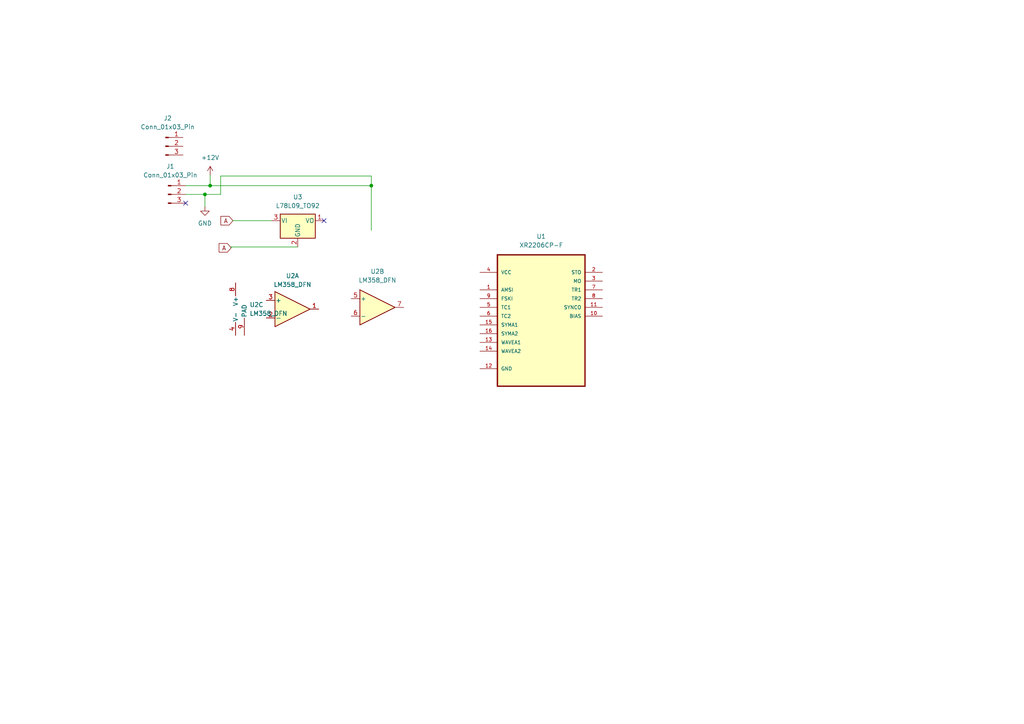
<source format=kicad_sch>
(kicad_sch (version 20230121) (generator eeschema)
  (paper "A4")
  (lib_symbols
    (symbol "Amplifier_Operational:LM358_DFN" (pin_names (offset 0.127))
      (property "Reference" "U" (at 0 5.08 0))
      (property "Value" "LM358_DFN" (at 0 -5.08 0))
      (symbol "LM358_DFN_1_1"
        (polyline (pts (xy -5.08 5.08) (xy 5.08 0) (xy -5.08 -5.08) (xy -5.08 5.08)) (stroke (width 0.254)) (fill (type background)))
        (pin output line (at 7.62 0 180) (length 2.54) (name "~") (number "1"))
        (pin input line (at -7.62 -2.54 0) (length 2.54) (name "-") (number "2"))
        (pin input line (at -7.62 2.54 0) (length 2.54) (name "+") (number "3"))
      )
      (symbol "LM358_DFN_2_1"
        (polyline (pts (xy -5.08 5.08) (xy 5.08 0) (xy -5.08 -5.08) (xy -5.08 5.08)) (stroke (width 0.254)) (fill (type background)))
        (pin input line (at -7.62 2.54 0) (length 2.54) (name "+") (number "5"))
        (pin input line (at -7.62 -2.54 0) (length 2.54) (name "-") (number "6"))
        (pin output line (at 7.62 0 180) (length 2.54) (name "~") (number "7"))
      )
      (symbol "LM358_DFN_3_1"
        (pin power_in line (at -2.54 -7.62 90) (length 3.81) (name "V-") (number "4"))
        (pin power_in line (at -2.54 7.62 270) (length 3.81) (name "V+") (number "8"))
        (pin power_in line (at 0 -7.62 90) (length 5.08) (name "PAD") (number "9"))
      )
    )
    (symbol "Connector:Conn_01x03_Pin" (pin_names (offset 1.016) hide)
      (property "Reference" "J" (at 0 5.08 0))
      (property "Value" "Conn_01x03_Pin" (at 0 -5.08 0))
      (symbol "Conn_01x03_Pin_1_1"
        (polyline (pts (xy 1.27 -2.54) (xy 0.8636 -2.54)) (stroke (width 0.1524)))
        (polyline (pts (xy 1.27 0) (xy 0.8636 0)) (stroke (width 0.1524)))
        (polyline (pts (xy 1.27 2.54) (xy 0.8636 2.54)) (stroke (width 0.1524)))
        (rectangle (start 0.8636 -2.413) (end 0 -2.667) (stroke (width 0.1524)) (fill (type outline)))
        (rectangle (start 0.8636 0.127) (end 0 -0.127) (stroke (width 0.1524)) (fill (type outline)))
        (rectangle (start 0.8636 2.667) (end 0 2.413) (stroke (width 0.1524)) (fill (type outline)))
        (pin passive line (at 5.08 2.54 180) (length 3.81) (name "Pin_1") (number "1"))
        (pin passive line (at 5.08 0 180) (length 3.81) (name "Pin_2") (number "2"))
        (pin passive line (at 5.08 -2.54 180) (length 3.81) (name "Pin_3") (number "3"))
      )
    )
    (symbol "Regulator_Linear:L78L09_TO92" (pin_names (offset 0.254))
      (property "Reference" "U" (at -3.81 3.175 0))
      (property "Value" "L78L09_TO92" (at 0 3.175 0))
      (symbol "L78L09_TO92_0_1"
        (rectangle (start -5.08 -5.08) (end 5.08 1.905) (stroke (width 0.254)) (fill (type background)))
      )
      (symbol "L78L09_TO92_1_1"
        (pin power_out line (at 7.62 0 180) (length 2.54) (name "VO") (number "1"))
        (pin power_in line (at 0 -7.62 90) (length 2.54) (name "GND") (number "2"))
        (pin power_in line (at -7.62 0 0) (length 2.54) (name "VI") (number "3"))
      )
    )
    (symbol "XR2206CP-F:XR2206CP-F" (pin_names (offset 1.016))
      (property "Reference" "U" (at -5.468 18.0825 0))
      (property "Value" "XR2206CP-F" (at -5.1903 -27.2744 0))
      (symbol "XR2206CP-F_0_0"
        (rectangle (start -12.7 -22.86) (end 12.7 15.24) (stroke (width 0.4064)) (fill (type background)))
        (pin input line (at -17.78 5.08 0) (length 5.08) (name "AMSI") (number "1"))
        (pin output line (at 17.78 -2.54 180) (length 5.08) (name "BIAS") (number "10"))
        (pin output line (at 17.78 0 180) (length 5.08) (name "SYNCO") (number "11"))
        (pin passive line (at -17.78 -17.78 0) (length 5.08) (name "GND") (number "12"))
        (pin input line (at -17.78 -10.16 0) (length 5.08) (name "WAVEA1") (number "13"))
        (pin input line (at -17.78 -12.7 0) (length 5.08) (name "WAVEA2") (number "14"))
        (pin input line (at -17.78 -5.08 0) (length 5.08) (name "SYMA1") (number "15"))
        (pin input line (at -17.78 -7.62 0) (length 5.08) (name "SYMA2") (number "16"))
        (pin output line (at 17.78 10.16 180) (length 5.08) (name "STO") (number "2"))
        (pin output line (at 17.78 7.62 180) (length 5.08) (name "MO") (number "3"))
        (pin power_in line (at -17.78 10.16 0) (length 5.08) (name "VCC") (number "4"))
        (pin input line (at -17.78 0 0) (length 5.08) (name "TC1") (number "5"))
        (pin input line (at -17.78 -2.54 0) (length 5.08) (name "TC2") (number "6"))
        (pin output line (at 17.78 5.08 180) (length 5.08) (name "TR1") (number "7"))
        (pin output line (at 17.78 2.54 180) (length 5.08) (name "TR2") (number "8"))
        (pin input line (at -17.78 2.54 0) (length 5.08) (name "FSKI") (number "9"))
      )
    )
    (symbol "power:+12V" (power) (pin_names (offset 0))
      (property "Value" "+12V" (at 0 3.556 0))
      (symbol "+12V_0_1"
        (polyline (pts (xy -0.762 1.27) (xy 0 2.54)))
        (polyline (pts (xy 0 0) (xy 0 2.54)))
        (polyline (pts (xy 0 2.54) (xy 0.762 1.27)))
      )
      (symbol "+12V_1_1"
        (pin power_in line (at 0 0 90) (length 0) hide (name "+12V") (number "1"))
      )
    )
    (symbol "power:GND" (power) (pin_names (offset 0))
      (property "Value" "GND" (at 0 -3.81 0))
      (symbol "GND_0_1"
        (polyline (pts (xy 0 0) (xy 0 -1.27) (xy 1.27 -1.27) (xy 0 -2.54) (xy -1.27 -1.27) (xy 0 -1.27)))
      )
      (symbol "GND_1_1"
        (pin power_in line (at 0 0 270) (length 0) hide (name "GND") (number "1"))
      )
    )
  )
  (junction (at 60.96 53.848))
  (junction (at 59.436 56.388))
  (junction (at 107.696 53.848))
  (no_connect (at 53.848 58.928))
  (no_connect (at 93.98 64.008))
  (wire (pts (xy 59.436 59.944) (xy 59.436 56.388)))
  (wire (pts (xy 53.848 53.848) (xy 60.96 53.848)))
  (wire (pts (xy 107.696 53.848) (xy 60.96 53.848)))
  (wire (pts (xy 67.564 64.008) (xy 78.74 64.008)))
  (wire (pts (xy 107.696 51.054) (xy 64.008 51.054)))
  (wire (pts (xy 67.056 71.882) (xy 67.056 71.628)))
  (wire (pts (xy 107.696 51.054) (xy 107.696 53.848)))
  (wire (pts (xy 86.36 71.628) (xy 67.056 71.628)))
  (wire (pts (xy 64.008 51.054) (xy 64.008 56.388)))
  (wire (pts (xy 60.96 53.848) (xy 60.96 50.8)))
  (wire (pts (xy 59.436 56.388) (xy 53.848 56.388)))
  (wire (pts (xy 64.008 56.388) (xy 59.436 56.388)))
  (wire (pts (xy 107.696 53.848) (xy 107.696 66.802)))
  (global_label "A" (shape input) (at 67.564 64.008 180) (property "Intersheetrefs" "${INTERSHEET_REFS}" (effects hide)))
  (global_label "A" (shape input) (at 67.056 71.882 180) (property "Intersheetrefs" "${INTERSHEET_REFS}" (effects hide)))
  (symbol (lib_id "XR2206CP-F:XR2206CP-F") (at 156.972 89.154 0) (unit 1)
    (property "Reference" "U1" (at 156.972 68.58 0))
    (property "Value" "XR2206CP-F" (at 156.972 71.12 0))
    (property "Footprint" "XR2206CP-F:DIP254P762X533-16" (effects hide))
    (property "MF" "MaxLinear, Inc." (effects hide))
    (property "Description" "\nFunction Generator IC 1MHz 1 16-DIP (0.300, 7.62mm)\n" (effects hide))
    (property "PACKAGE" "PDIP-16" (effects hide))
    (property "MPN" "XR2206CP-F" (effects hide))
    (property "Price" "None" (effects hide))
    (property "Package" "PDIP-16 Exar" (effects hide))
    (property "OC_FARNELL" "1798670" (effects hide))
    (property "SnapEDA_Link" "https://www.snapeda.com/parts/XR2206CP-F/MaxLinear%252C+Inc./view-part/?ref=snap" (effects hide))
    (property "MP" "XR2206CP-F" (effects hide))
    (property "SUPPLIER" "EXAR" (effects hide))
    (property "OC_NEWARK" "24R2365" (effects hide))
    (property "Availability" "In Stock" (effects hide))
    (property "Check_prices" "https://www.snapeda.com/parts/XR2206CP-F/MaxLinear%252C+Inc./view-part/?ref=eda" (effects hide))
  )
  (symbol (lib_id "Regulator_Linear:L78L09_TO92") (at 86.36 64.008 0) (unit 1)
    (property "Reference" "U3" (at 86.36 57.15 0))
    (property "Value" "L78L09_TO92" (at 86.36 59.69 0))
    (property "Footprint" "Package_TO_SOT_THT:TO-92_Inline" (effects hide))
    (property "Datasheet" "http://www.st.com/content/ccc/resource/technical/document/datasheet/15/55/e5/aa/23/5b/43/fd/CD00000446.pdf/files/CD00000446.pdf/jcr:content/translations/en.CD00000446.pdf" (effects hide))
  )
  (symbol (lib_id "Amplifier_Operational:LM358_DFN") (at 70.866 89.662 0) (unit 3)
    (property "Reference" "U2" (at 72.39 88.392 0) (effects (justify left)))
    (property "Value" "LM358_DFN" (at 72.39 90.932 0) (effects (justify left)))
    (property "Datasheet" "www.st.com/resource/en/datasheet/lm358.pdf" (effects hide))
  )
  (symbol (lib_id "Connector:Conn_01x03_Pin") (at 48.768 56.388 0) (unit 1)
    (property "Reference" "J1" (at 49.403 48.26 0))
    (property "Value" "Conn_01x03_Pin" (at 49.403 50.8 0))
    (property "Footprint" "Connector_AMASS:AMASS_XT30PW-M_1x02_P2.50mm_Horizontal" (effects hide))
  )
  (symbol (lib_id "power:GND") (at 59.436 59.944 0) (unit 1)
    (property "Reference" "#PWR02" (effects hide))
    (property "Value" "GND" (at 59.436 64.77 0))
  )
  (symbol (lib_id "power:+12V") (at 60.96 50.8 0) (unit 1)
    (property "Reference" "#PWR01" (effects hide))
    (property "Value" "+12V" (at 60.96 45.72 0))
  )
  (symbol (lib_id "Amplifier_Operational:LM358_DFN") (at 109.474 89.154 0) (unit 2)
    (property "Reference" "U2" (at 109.474 78.74 0))
    (property "Value" "LM358_DFN" (at 109.474 81.28 0))
    (property "Datasheet" "www.st.com/resource/en/datasheet/lm358.pdf" (effects hide))
  )
  (symbol (lib_id "Connector:Conn_01x03_Pin") (at 48.006 42.418 0) (unit 1)
    (property "Reference" "J2" (at 48.641 34.29 0))
    (property "Value" "Conn_01x03_Pin" (at 48.641 36.83 0))
    (property "Footprint" "TS-103-T-A-1 (1):SAMTEC_TS-103-T-A-1" (effects hide))
  )
  (symbol (lib_id "Amplifier_Operational:LM358_DFN") (at 84.836 89.662 0) (unit 1)
    (property "Reference" "U2" (at 84.836 80.01 0))
    (property "Value" "LM358_DFN" (at 84.836 82.55 0))
    (property "Datasheet" "www.st.com/resource/en/datasheet/lm358.pdf" (effects hide))
  )
)
</source>
